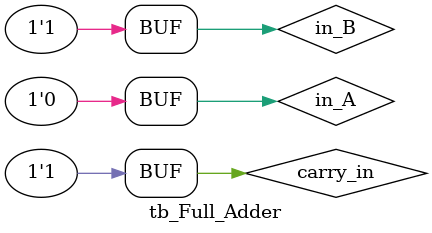
<source format=v>
`timescale 100ps/1ps
module tb_Full_Adder();
reg in_A, in_B, carry_in;
wire sum_out, carry_out;
Full_Adder_struc A0(in_A, in_B, carry_in, sum_out, carry_out);
initial begin
    in_A <=0;
    in_B <=0;
    carry_in <=0;
    #3
    in_A <= 1;
    #3
    in_B <= 1;
    #3
    in_A <=0;
    #3
    in_B <=0;
    carry_in <=1;
    #3
    in_A <= 1;
    #3
    in_B <= 1;
    #3
    in_A <=0;
end
endmodule

</source>
